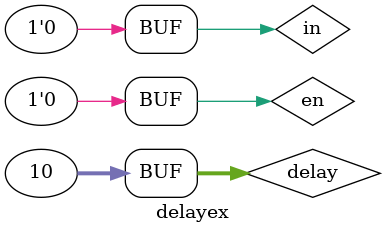
<source format=v>

`timescale 1ps/1ps

module delayex;

  reg [0:0]  en;
  reg [0:0]  in;
//  reg [0:0]  out;
  wire [0:0]  out;

  reg [31:0]  delay;

  reg [31:0]  result;

  apvm_delay a1 (delay, in, en, out);
  

initial
  begin

    // result = $apvm("delayelt!", "apvm_delay", "delayelt", delay, in, en, out);


    $dumpvars();

    en = 1'b0;
    in = 1'b0;
//    out = 1'bx;
    delay = 10;



    #10 en = 1'b1;

    #2  in = 1'b1;
    #1  in = 1'b0;
    #1  in = 1'b1;
    #1  in = 1'b0;

    #10 en = 1'b0;

    #10;

    #1  in = 1'b0;
    #1  in = 1'b1;

    #10;
    
    #10 en = 1'b1;
    #2  in = 1'b1;
    #1  in = 1'b0;
    #1  in = 1'b1;
    #1  in = 1'b0;

    #10 en = 1'b0;

  end

endmodule

</source>
